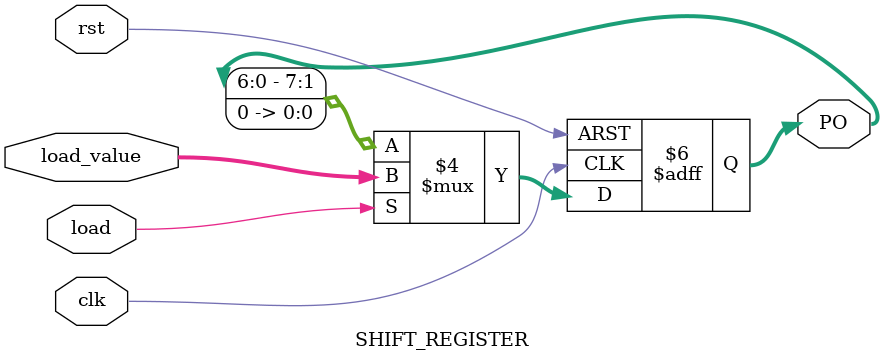
<source format=v>
module SHIFT_REGISTER(clk,rst,load,load_value,PO);
parameter SHIFT_DIRECTION ="LEFT";
parameter SHIFT_AMOUNT =1;
input clk,rst,load;
input [7:0]load_value;
output reg [7:0]PO;
generate
case (SHIFT_DIRECTION) 
"LEFT" : begin
           always @(posedge clk or posedge rst) begin
            if (rst)
            PO<=0;
            else if (load)
            PO<=load_value;
            else 
            case (SHIFT_AMOUNT)
            1: PO<=PO<<1;
            2: PO<=PO<<2;
            3: PO<=PO<<3;
            4: PO<=PO<<4;
            5: PO<=PO<<5;
            6: PO<=PO<<6;
            7: PO<=PO<<7;
            endcase
           end
         end
"RIGHT" : begin
           always @(posedge clk or posedge rst) begin
            if (rst)
            PO<=0;
            else if (load)
            PO<=load_value;
            else 
            case (SHIFT_AMOUNT)
            1: PO<=PO>>1;
            2: PO<=PO>>2;
            3: PO<=PO>>3;
            4: PO<=PO>>4;
            5: PO<=PO>>5;
            6: PO<=PO>>6;
            7: PO<=PO>>7;
            endcase
           end
          end
endcase
endgenerate
endmodule

</source>
